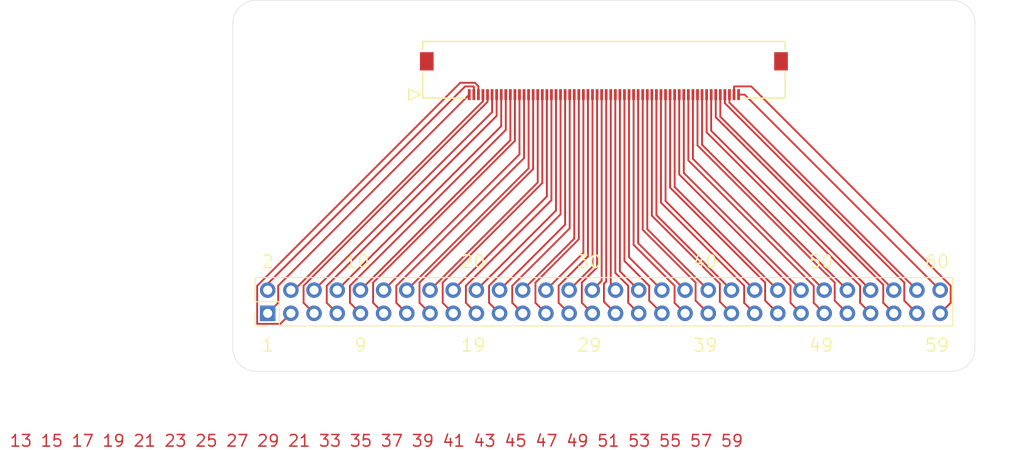
<source format=kicad_pcb>
(kicad_pcb (version 20241229) (generator "pcbnew") (generator_version "9.0")
  (layers (0 "F.Cu" signal) (2 "B.Cu" signal) (13 "F.Paste" user) (15 "B.Paste" user) (5 "F.SilkS" user "F.Silkscreen") (7 "B.SilkS" user "B.Silkscreen") (1 "F.Mask" user) (3 "B.Mask" user) (25 "Edge.Cuts" user))
  (net 0 "")
  (net 1 "Net-(J1-Pin_13)")
  (net 2 "Net-(J1-Pin_54)")
  (net 3 "Net-(J1-Pin_55)")
  (net 4 "Net-(J1-Pin_30)")
  (net 5 "Net-(J1-Pin_5)")
  (net 6 "Net-(J1-Pin_8)")
  (net 7 "Net-(J1-Pin_14)")
  (net 8 "Net-(J1-Pin_18)")
  (net 9 "Net-(J1-Pin_47)")
  (net 10 "Net-(J1-Pin_17)")
  (net 11 "Net-(J1-Pin_43)")
  (net 12 "Net-(J1-Pin_21)")
  (net 13 "Net-(J1-Pin_50)")
  (net 14 "Net-(J1-Pin_24)")
  (net 15 "Net-(J1-Pin_12)")
  (net 16 "Net-(J1-Pin_39)")
  (net 17 "Net-(J1-Pin_2)")
  (net 18 "Net-(J1-Pin_56)")
  (net 19 "Net-(J1-Pin_4)")
  (net 20 "Net-(J1-Pin_58)")
  (net 21 "Net-(J1-Pin_37)")
  (net 22 "Net-(J1-Pin_44)")
  (net 23 "Net-(J1-Pin_1)")
  (net 24 "Net-(J1-Pin_19)")
  (net 25 "Net-(J1-Pin_51)")
  (net 26 "Net-(J1-Pin_35)")
  (net 27 "Net-(J1-Pin_59)")
  (net 28 "Net-(J1-Pin_52)")
  (net 29 "Net-(J1-Pin_20)")
  (net 30 "Net-(J1-Pin_15)")
  (net 31 "Net-(J1-Pin_28)")
  (net 32 "Net-(J1-Pin_42)")
  (net 33 "Net-(J1-Pin_38)")
  (net 34 "Net-(J1-Pin_7)")
  (net 35 "Net-(J1-Pin_27)")
  (net 36 "Net-(J1-Pin_60)")
  (net 37 "Net-(J1-Pin_16)")
  (net 38 "Net-(J1-Pin_49)")
  (net 39 "Net-(J1-Pin_45)")
  (net 40 "Net-(J1-Pin_26)")
  (net 41 "Net-(J1-Pin_36)")
  (net 42 "Net-(J1-Pin_41)")
  (net 43 "Net-(J1-Pin_29)")
  (net 44 "Net-(J1-Pin_25)")
  (net 45 "Net-(J1-Pin_40)")
  (net 46 "Net-(J1-Pin_33)")
  (net 47 "Net-(J1-Pin_32)")
  (net 48 "Net-(J1-Pin_34)")
  (net 49 "Net-(J1-Pin_57)")
  (net 50 "Net-(J1-Pin_22)")
  (net 51 "Net-(J1-Pin_3)")
  (net 52 "Net-(J1-Pin_53)")
  (net 53 "Net-(J1-Pin_46)")
  (net 54 "Net-(J1-Pin_31)")
  (net 55 "Net-(J1-Pin_23)")
  (net 56 "Net-(J1-Pin_11)")
  (net 57 "Net-(J1-Pin_6)")
  (net 58 "Net-(J1-Pin_48)")
  (net 59 "Net-(J1-Pin_9)")
  (net 60 "Net-(J1-Pin_10)")
  (footprint "MountingHole:MountingHole_3.2mm_M3_ISO7380" (layer "F.Cu") (at 93.98 109.22)
    (property "Reference" "REF**")
    (property "Value" "MountingHole_3.2mm_M3_ISO7380")
    (pad "" np_thru_hole circle (at 0 0) (size 3.2 3.2) (drill 3.2) (layers "*.Cu" "*.Mask"))
  )
  (footprint "Connector_PinHeader_2.54mm:PinHeader_2x30_P2.54mm_Vertical" (layer "F.Cu") (at 90.17 128.275 90)
    (property "Reference" "J2")
    (property "Value" "Conn_01x60_Pin")
    (fp_line (start 3.92 -1.38) (end 3.92 75.04) (stroke (width 0.12)) (layer "F.SilkS"))
    (fp_line (start 1.27 -1.38) (end 3.92 -1.38) (stroke (width 0.12)) (layer "F.SilkS"))
    (fp_line (start -1.38 -1.38) (end 0 -1.38) (stroke (width 0.12)) (layer "F.SilkS"))
    (fp_line (start -1.38 0) (end -1.38 -1.38) (stroke (width 0.12)) (layer "F.SilkS"))
    (fp_line (start 1.27 1.27) (end 1.27 -1.38) (stroke (width 0.12)) (layer "F.SilkS"))
    (fp_line (start -1.38 1.27) (end 1.27 1.27) (stroke (width 0.12)) (layer "F.SilkS"))
    (fp_line (start -1.38 1.27) (end -1.38 75.04) (stroke (width 0.12)) (layer "F.SilkS"))
    (fp_line (start -1.38 75.04) (end 3.92 75.04) (stroke (width 0.12)) (layer "F.SilkS"))
    (pad "1" thru_hole rect (at 0 0 90) (size 1.7 1.7) (drill 1) (layers "*.Cu" "*.Mask") (net 23 "Net-(J1-Pin_1)"))
    (pad "2" thru_hole circle (at 2.54 0 90) (size 1.7 1.7) (drill 1) (layers "*.Cu" "*.Mask") (net 17 "Net-(J1-Pin_2)"))
    (pad "3" thru_hole circle (at 0 2.54 90) (size 1.7 1.7) (drill 1) (layers "*.Cu" "*.Mask") (net 51 "Net-(J1-Pin_3)"))
    (pad "4" thru_hole circle (at 2.54 2.54 90) (size 1.7 1.7) (drill 1) (layers "*.Cu" "*.Mask") (net 19 "Net-(J1-Pin_4)"))
    (pad "5" thru_hole circle (at 0 5.08 90) (size 1.7 1.7) (drill 1) (layers "*.Cu" "*.Mask") (net 5 "Net-(J1-Pin_5)"))
    (pad "6" thru_hole circle (at 2.54 5.08 90) (size 1.7 1.7) (drill 1) (layers "*.Cu" "*.Mask") (net 57 "Net-(J1-Pin_6)"))
    (pad "7" thru_hole circle (at 0 7.62 90) (size 1.7 1.7) (drill 1) (layers "*.Cu" "*.Mask") (net 34 "Net-(J1-Pin_7)"))
    (pad "8" thru_hole circle (at 2.54 7.62 90) (size 1.7 1.7) (drill 1) (layers "*.Cu" "*.Mask") (net 6 "Net-(J1-Pin_8)"))
    (pad "9" thru_hole circle (at 0 10.16 90) (size 1.7 1.7) (drill 1) (layers "*.Cu" "*.Mask") (net 59 "Net-(J1-Pin_9)"))
    (pad "10" thru_hole circle (at 2.54 10.16 90) (size 1.7 1.7) (drill 1) (layers "*.Cu" "*.Mask") (net 60 "Net-(J1-Pin_10)"))
    (pad "11" thru_hole circle (at 0 12.7 90) (size 1.7 1.7) (drill 1) (layers "*.Cu" "*.Mask") (net 56 "Net-(J1-Pin_11)"))
    (pad "12" thru_hole circle (at 2.54 12.7 90) (size 1.7 1.7) (drill 1) (layers "*.Cu" "*.Mask") (net 15 "Net-(J1-Pin_12)"))
    (pad "13" thru_hole circle (at 0 15.24 90) (size 1.7 1.7) (drill 1) (layers "*.Cu" "*.Mask") (net 1 "Net-(J1-Pin_13)"))
    (pad "14" thru_hole circle (at 2.54 15.24 90) (size 1.7 1.7) (drill 1) (layers "*.Cu" "*.Mask") (net 7 "Net-(J1-Pin_14)"))
    (pad "15" thru_hole circle (at 0 17.78 90) (size 1.7 1.7) (drill 1) (layers "*.Cu" "*.Mask") (net 30 "Net-(J1-Pin_15)"))
    (pad "16" thru_hole circle (at 2.54 17.78 90) (size 1.7 1.7) (drill 1) (layers "*.Cu" "*.Mask") (net 37 "Net-(J1-Pin_16)"))
    (pad "17" thru_hole circle (at 0 20.32 90) (size 1.7 1.7) (drill 1) (layers "*.Cu" "*.Mask") (net 10 "Net-(J1-Pin_17)"))
    (pad "18" thru_hole circle (at 2.54 20.32 90) (size 1.7 1.7) (drill 1) (layers "*.Cu" "*.Mask") (net 8 "Net-(J1-Pin_18)"))
    (pad "19" thru_hole circle (at 0 22.86 90) (size 1.7 1.7) (drill 1) (layers "*.Cu" "*.Mask") (net 24 "Net-(J1-Pin_19)"))
    (pad "20" thru_hole circle (at 2.54 22.86 90) (size 1.7 1.7) (drill 1) (layers "*.Cu" "*.Mask") (net 29 "Net-(J1-Pin_20)"))
    (pad "21" thru_hole circle (at 0 25.4 90) (size 1.7 1.7) (drill 1) (layers "*.Cu" "*.Mask") (net 12 "Net-(J1-Pin_21)"))
    (pad "22" thru_hole circle (at 2.54 25.4 90) (size 1.7 1.7) (drill 1) (layers "*.Cu" "*.Mask") (net 50 "Net-(J1-Pin_22)"))
    (pad "23" thru_hole circle (at 0 27.94 90) (size 1.7 1.7) (drill 1) (layers "*.Cu" "*.Mask") (net 55 "Net-(J1-Pin_23)"))
    (pad "24" thru_hole circle (at 2.54 27.94 90) (size 1.7 1.7) (drill 1) (layers "*.Cu" "*.Mask") (net 14 "Net-(J1-Pin_24)"))
    (pad "25" thru_hole circle (at 0 30.48 90) (size 1.7 1.7) (drill 1) (layers "*.Cu" "*.Mask") (net 44 "Net-(J1-Pin_25)"))
    (pad "26" thru_hole circle (at 2.54 30.48 90) (size 1.7 1.7) (drill 1) (layers "*.Cu" "*.Mask") (net 40 "Net-(J1-Pin_26)"))
    (pad "27" thru_hole circle (at 0 33.02 90) (size 1.7 1.7) (drill 1) (layers "*.Cu" "*.Mask") (net 35 "Net-(J1-Pin_27)"))
    (pad "28" thru_hole circle (at 2.54 33.02 90) (size 1.7 1.7) (drill 1) (layers "*.Cu" "*.Mask") (net 31 "Net-(J1-Pin_28)"))
    (pad "29" thru_hole circle (at 0 35.56 90) (size 1.7 1.7) (drill 1) (layers "*.Cu" "*.Mask") (net 43 "Net-(J1-Pin_29)"))
    (pad "30" thru_hole circle (at 2.54 35.56 90) (size 1.7 1.7) (drill 1) (layers "*.Cu" "*.Mask") (net 4 "Net-(J1-Pin_30)"))
    (pad "31" thru_hole circle (at 0 38.1 90) (size 1.7 1.7) (drill 1) (layers "*.Cu" "*.Mask") (net 54 "Net-(J1-Pin_31)"))
    (pad "32" thru_hole circle (at 2.54 38.1 90) (size 1.7 1.7) (drill 1) (layers "*.Cu" "*.Mask") (net 47 "Net-(J1-Pin_32)"))
    (pad "33" thru_hole circle (at 0 40.64 90) (size 1.7 1.7) (drill 1) (layers "*.Cu" "*.Mask") (net 46 "Net-(J1-Pin_33)"))
    (pad "34" thru_hole circle (at 2.54 40.64 90) (size 1.7 1.7) (drill 1) (layers "*.Cu" "*.Mask") (net 48 "Net-(J1-Pin_34)"))
    (pad "35" thru_hole circle (at 0 43.18 90) (size 1.7 1.7) (drill 1) (layers "*.Cu" "*.Mask") (net 26 "Net-(J1-Pin_35)"))
    (pad "36" thru_hole circle (at 2.54 43.18 90) (size 1.7 1.7) (drill 1) (layers "*.Cu" "*.Mask") (net 41 "Net-(J1-Pin_36)"))
    (pad "37" thru_hole circle (at 0 45.72 90) (size 1.7 1.7) (drill 1) (layers "*.Cu" "*.Mask") (net 21 "Net-(J1-Pin_37)"))
    (pad "38" thru_hole circle (at 2.54 45.72 90) (size 1.7 1.7) (drill 1) (layers "*.Cu" "*.Mask") (net 33 "Net-(J1-Pin_38)"))
    (pad "39" thru_hole circle (at 0 48.26 90) (size 1.7 1.7) (drill 1) (layers "*.Cu" "*.Mask") (net 16 "Net-(J1-Pin_39)"))
    (pad "40" thru_hole circle (at 2.54 48.26 90) (size 1.7 1.7) (drill 1) (layers "*.Cu" "*.Mask") (net 45 "Net-(J1-Pin_40)"))
    (pad "41" thru_hole circle (at 0 50.8 90) (size 1.7 1.7) (drill 1) (layers "*.Cu" "*.Mask") (net 42 "Net-(J1-Pin_41)"))
    (pad "42" thru_hole circle (at 2.54 50.8 90) (size 1.7 1.7) (drill 1) (layers "*.Cu" "*.Mask") (net 32 "Net-(J1-Pin_42)"))
    (pad "43" thru_hole circle (at 0 53.34 90) (size 1.7 1.7) (drill 1) (layers "*.Cu" "*.Mask") (net 11 "Net-(J1-Pin_43)"))
    (pad "44" thru_hole circle (at 2.54 53.34 90) (size 1.7 1.7) (drill 1) (layers "*.Cu" "*.Mask") (net 22 "Net-(J1-Pin_44)"))
    (pad "45" thru_hole circle (at 0 55.88 90) (size 1.7 1.7) (drill 1) (layers "*.Cu" "*.Mask") (net 39 "Net-(J1-Pin_45)"))
    (pad "46" thru_hole circle (at 2.54 55.88 90) (size 1.7 1.7) (drill 1) (layers "*.Cu" "*.Mask") (net 53 "Net-(J1-Pin_46)"))
    (pad "47" thru_hole circle (at 0 58.42 90) (size 1.7 1.7) (drill 1) (layers "*.Cu" "*.Mask") (net 9 "Net-(J1-Pin_47)"))
    (pad "48" thru_hole circle (at 2.54 58.42 90) (size 1.7 1.7) (drill 1) (layers "*.Cu" "*.Mask") (net 58 "Net-(J1-Pin_48)"))
    (pad "49" thru_hole circle (at 0 60.96 90) (size 1.7 1.7) (drill 1) (layers "*.Cu" "*.Mask") (net 38 "Net-(J1-Pin_49)"))
    (pad "50" thru_hole circle (at 2.54 60.96 90) (size 1.7 1.7) (drill 1) (layers "*.Cu" "*.Mask") (net 13 "Net-(J1-Pin_50)"))
    (pad "51" thru_hole circle (at 0 63.5 90) (size 1.7 1.7) (drill 1) (layers "*.Cu" "*.Mask") (net 25 "Net-(J1-Pin_51)"))
    (pad "52" thru_hole circle (at 2.54 63.5 90) (size 1.7 1.7) (drill 1) (layers "*.Cu" "*.Mask") (net 28 "Net-(J1-Pin_52)"))
    (pad "53" thru_hole circle (at 0 66.04 90) (size 1.7 1.7) (drill 1) (layers "*.Cu" "*.Mask") (net 52 "Net-(J1-Pin_53)"))
    (pad "54" thru_hole circle (at 2.54 66.04 90) (size 1.7 1.7) (drill 1) (layers "*.Cu" "*.Mask") (net 2 "Net-(J1-Pin_54)"))
    (pad "55" thru_hole circle (at 0 68.58 90) (size 1.7 1.7) (drill 1) (layers "*.Cu" "*.Mask") (net 3 "Net-(J1-Pin_55)"))
    (pad "56" thru_hole circle (at 2.54 68.58 90) (size 1.7 1.7) (drill 1) (layers "*.Cu" "*.Mask") (net 18 "Net-(J1-Pin_56)"))
    (pad "57" thru_hole circle (at 0 71.12 90) (size 1.7 1.7) (drill 1) (layers "*.Cu" "*.Mask") (net 49 "Net-(J1-Pin_57)"))
    (pad "58" thru_hole circle (at 2.54 71.12 90) (size 1.7 1.7) (drill 1) (layers "*.Cu" "*.Mask") (net 20 "Net-(J1-Pin_58)"))
    (pad "59" thru_hole circle (at 0 73.66 90) (size 1.7 1.7) (drill 1) (layers "*.Cu" "*.Mask") (net 27 "Net-(J1-Pin_59)"))
    (pad "60" thru_hole circle (at 2.54 73.66 90) (size 1.7 1.7) (drill 1) (layers "*.Cu" "*.Mask") (net 36 "Net-(J1-Pin_60)"))
  )
  (footprint "MountingHole:MountingHole_3.2mm_M3_ISO7380" (layer "F.Cu") (at 160.02 109.22)
    (property "Reference" "REF**")
    (property "Value" "MountingHole_3.2mm_M3_ISO7380")
    (pad "" np_thru_hole circle (at 0 0) (size 3.2 3.2) (drill 3.2) (layers "*.Cu" "*.Mask"))
  )
  (footprint "ExternalParts:CON_2004850460_MOL" (layer "F.Cu") (at 127 101.6 180)
    (property "Reference" "J1")
    (property "Value" "Conn_01x60")
    (fp_line (start 21.368956 -2.085) (end 20.098956 -2.72) (stroke (width 0.1524)) (layer "F.SilkS"))
    (fp_line (start 21.368956 -3.354999) (end 21.368956 -2.085) (stroke (width 0.1524)) (layer "F.SilkS"))
    (fp_line (start 20.098956 -2.72) (end 21.368956 -3.354999) (stroke (width 0.1524)) (layer "F.SilkS"))
    (fp_line (start 19.844956 3.099999) (end 19.844956 2.250046) (stroke (width 0.1524)) (layer "F.SilkS"))
    (fp_line (start 19.844956 -0.390034) (end 19.844956 -3.100001) (stroke (width 0.1524)) (layer "F.SilkS"))
    (fp_line (start 19.844956 -3.100001) (end 15.220041 -3.100001) (stroke (width 0.1524)) (layer "F.SilkS"))
    (fp_line (start -15.220041 -3.100001) (end -19.844956 -3.100001) (stroke (width 0.1524)) (layer "F.SilkS"))
    (fp_line (start -19.844956 3.099999) (end 19.844956 3.099999) (stroke (width 0.1524)) (layer "F.SilkS"))
    (fp_line (start -19.844956 2.250046) (end -19.844956 3.099999) (stroke (width 0.1524)) (layer "F.SilkS"))
    (fp_line (start -19.844956 -3.100001) (end -19.844956 -0.390034) (stroke (width 0.1524)) (layer "F.SilkS"))
    (pad "1" smd rect (at 14.750001 -2.72 180) (size 0.3 1.2) (layers "F.Cu" "F.Mask" "F.Paste") (net 23 "Net-(J1-Pin_1)"))
    (pad "2" smd rect (at 14.249999 -2.72 180) (size 0.3 1.2) (layers "F.Cu" "F.Mask" "F.Paste") (net 17 "Net-(J1-Pin_2)"))
    (pad "3" smd rect (at 13.75 -2.72 180) (size 0.3 1.2) (layers "F.Cu" "F.Mask" "F.Paste") (net 51 "Net-(J1-Pin_3)"))
    (pad "4" smd rect (at 13.250001 -2.72 180) (size 0.3 1.2) (layers "F.Cu" "F.Mask" "F.Paste") (net 19 "Net-(J1-Pin_4)"))
    (pad "5" smd rect (at 12.75 -2.72 180) (size 0.3 1.2) (layers "F.Cu" "F.Mask" "F.Paste") (net 5 "Net-(J1-Pin_5)"))
    (pad "6" smd rect (at 12.250001 -2.72 180) (size 0.3 1.2) (layers "F.Cu" "F.Mask" "F.Paste") (net 57 "Net-(J1-Pin_6)"))
    (pad "7" smd rect (at 11.749999 -2.72 180) (size 0.3 1.2) (layers "F.Cu" "F.Mask" "F.Paste") (net 34 "Net-(J1-Pin_7)"))
    (pad "8" smd rect (at 11.25 -2.72 180) (size 0.3 1.2) (layers "F.Cu" "F.Mask" "F.Paste") (net 6 "Net-(J1-Pin_8)"))
    (pad "9" smd rect (at 10.750001 -2.72 180) (size 0.3 1.2) (layers "F.Cu" "F.Mask" "F.Paste") (net 59 "Net-(J1-Pin_9)"))
    (pad "10" smd rect (at 10.25 -2.72 180) (size 0.3 1.2) (layers "F.Cu" "F.Mask" "F.Paste") (net 60 "Net-(J1-Pin_10)"))
    (pad "11" smd rect (at 9.750001 -2.72 180) (size 0.3 1.2) (layers "F.Cu" "F.Mask" "F.Paste") (net 56 "Net-(J1-Pin_11)"))
    (pad "12" smd rect (at 9.249999 -2.72 180) (size 0.3 1.2) (layers "F.Cu" "F.Mask" "F.Paste") (net 15 "Net-(J1-Pin_12)"))
    (pad "13" smd rect (at 8.75 -2.72 180) (size 0.3 1.2) (layers "F.Cu" "F.Mask" "F.Paste") (net 1 "Net-(J1-Pin_13)"))
    (pad "14" smd rect (at 8.250001 -2.72 180) (size 0.3 1.2) (layers "F.Cu" "F.Mask" "F.Paste") (net 7 "Net-(J1-Pin_14)"))
    (pad "15" smd rect (at 7.75 -2.72 180) (size 0.3 1.2) (layers "F.Cu" "F.Mask" "F.Paste") (net 30 "Net-(J1-Pin_15)"))
    (pad "16" smd rect (at 7.250001 -2.72 180) (size 0.3 1.2) (layers "F.Cu" "F.Mask" "F.Paste") (net 37 "Net-(J1-Pin_16)"))
    (pad "17" smd rect (at 6.749999 -2.72 180) (size 0.3 1.2) (layers "F.Cu" "F.Mask" "F.Paste") (net 10 "Net-(J1-Pin_17)"))
    (pad "18" smd rect (at 6.25 -2.72 180) (size 0.3 1.2) (layers "F.Cu" "F.Mask" "F.Paste") (net 8 "Net-(J1-Pin_18)"))
    (pad "19" smd rect (at 5.750001 -2.72 180) (size 0.3 1.2) (layers "F.Cu" "F.Mask" "F.Paste") (net 24 "Net-(J1-Pin_19)"))
    (pad "20" smd rect (at 5.25 -2.72 180) (size 0.3 1.2) (layers "F.Cu" "F.Mask" "F.Paste") (net 29 "Net-(J1-Pin_20)"))
    (pad "21" smd rect (at 4.750001 -2.72 180) (size 0.3 1.2) (layers "F.Cu" "F.Mask" "F.Paste") (net 12 "Net-(J1-Pin_21)"))
    (pad "22" smd rect (at 4.249999 -2.72 180) (size 0.3 1.2) (layers "F.Cu" "F.Mask" "F.Paste") (net 50 "Net-(J1-Pin_22)"))
    (pad "23" smd rect (at 3.75 -2.72 180) (size 0.3 1.2) (layers "F.Cu" "F.Mask" "F.Paste") (net 55 "Net-(J1-Pin_23)"))
    (pad "24" smd rect (at 3.250001 -2.72 180) (size 0.3 1.2) (layers "F.Cu" "F.Mask" "F.Paste") (net 14 "Net-(J1-Pin_24)"))
    (pad "25" smd rect (at 2.75 -2.72 180) (size 0.3 1.2) (layers "F.Cu" "F.Mask" "F.Paste") (net 44 "Net-(J1-Pin_25)"))
    (pad "26" smd rect (at 2.250001 -2.72 180) (size 0.3 1.2) (layers "F.Cu" "F.Mask" "F.Paste") (net 40 "Net-(J1-Pin_26)"))
    (pad "27" smd rect (at 1.750002 -2.72 180) (size 0.3 1.2) (layers "F.Cu" "F.Mask" "F.Paste") (net 35 "Net-(J1-Pin_27)"))
    (pad "28" smd rect (at 1.25 -2.72 180) (size 0.3 1.2) (layers "F.Cu" "F.Mask" "F.Paste") (net 31 "Net-(J1-Pin_28)"))
    (pad "29" smd rect (at 0.750001 -2.72 180) (size 0.3 1.2) (layers "F.Cu" "F.Mask" "F.Paste") (net 43 "Net-(J1-Pin_29)"))
    (pad "30" smd rect (at 0.25 -2.72 180) (size 0.3 1.2) (layers "F.Cu" "F.Mask" "F.Paste") (net 4 "Net-(J1-Pin_30)"))
    (pad "31" smd rect (at -0.25 -2.72 180) (size 0.3 1.2) (layers "F.Cu" "F.Mask" "F.Paste") (net 54 "Net-(J1-Pin_31)"))
    (pad "32" smd rect (at -0.749998 -2.72 180) (size 0.3 1.2) (layers "F.Cu" "F.Mask" "F.Paste") (net 47 "Net-(J1-Pin_32)"))
    (pad "33" smd rect (at -1.25 -2.72 180) (size 0.3 1.2) (layers "F.Cu" "F.Mask" "F.Paste") (net 46 "Net-(J1-Pin_33)"))
    (pad "34" smd rect (at -1.749999 -2.72 180) (size 0.3 1.2) (layers "F.Cu" "F.Mask" "F.Paste") (net 48 "Net-(J1-Pin_34)"))
    (pad "35" smd rect (at -2.250001 -2.72 180) (size 0.3 1.2) (layers "F.Cu" "F.Mask" "F.Paste") (net 26 "Net-(J1-Pin_35)"))
    (pad "36" smd rect (at -2.75 -2.72 180) (size 0.3 1.2) (layers "F.Cu" "F.Mask" "F.Paste") (net 41 "Net-(J1-Pin_36)"))
    (pad "37" smd rect (at -3.249999 -2.72 180) (size 0.3 1.2) (layers "F.Cu" "F.Mask" "F.Paste") (net 21 "Net-(J1-Pin_37)"))
    (pad "38" smd rect (at -3.75 -2.72 180) (size 0.3 1.2) (layers "F.Cu" "F.Mask" "F.Paste") (net 33 "Net-(J1-Pin_38)"))
    (pad "39" smd rect (at -4.249999 -2.72 180) (size 0.3 1.2) (layers "F.Cu" "F.Mask" "F.Paste") (net 16 "Net-(J1-Pin_39)"))
    (pad "40" smd rect (at -4.750001 -2.72 180) (size 0.3 1.2) (layers "F.Cu" "F.Mask" "F.Paste") (net 45 "Net-(J1-Pin_40)"))
    (pad "41" smd rect (at -5.25 -2.72 180) (size 0.3 1.2) (layers "F.Cu" "F.Mask" "F.Paste") (net 42 "Net-(J1-Pin_41)"))
    (pad "42" smd rect (at -5.749999 -2.72 180) (size 0.3 1.2) (layers "F.Cu" "F.Mask" "F.Paste") (net 32 "Net-(J1-Pin_42)"))
    (pad "43" smd rect (at -6.25 -2.72 180) (size 0.3 1.2) (layers "F.Cu" "F.Mask" "F.Paste") (net 11 "Net-(J1-Pin_43)"))
    (pad "44" smd rect (at -6.749999 -2.72 180) (size 0.3 1.2) (layers "F.Cu" "F.Mask" "F.Paste") (net 22 "Net-(J1-Pin_44)"))
    (pad "45" smd rect (at -7.250001 -2.72 180) (size 0.3 1.2) (layers "F.Cu" "F.Mask" "F.Paste") (net 39 "Net-(J1-Pin_45)"))
    (pad "46" smd rect (at -7.75 -2.72 180) (size 0.3 1.2) (layers "F.Cu" "F.Mask" "F.Paste") (net 53 "Net-(J1-Pin_46)"))
    (pad "47" smd rect (at -8.249999 -2.72 180) (size 0.3 1.2) (layers "F.Cu" "F.Mask" "F.Paste") (net 9 "Net-(J1-Pin_47)"))
    (pad "48" smd rect (at -8.75 -2.72 180) (size 0.3 1.2) (layers "F.Cu" "F.Mask" "F.Paste") (net 58 "Net-(J1-Pin_48)"))
    (pad "49" smd rect (at -9.249999 -2.72 180) (size 0.3 1.2) (layers "F.Cu" "F.Mask" "F.Paste") (net 38 "Net-(J1-Pin_49)"))
    (pad "50" smd rect (at -9.750001 -2.72 180) (size 0.3 1.2) (layers "F.Cu" "F.Mask" "F.Paste") (net 13 "Net-(J1-Pin_50)"))
    (pad "51" smd rect (at -10.25 -2.72 180) (size 0.3 1.2) (layers "F.Cu" "F.Mask" "F.Paste") (net 25 "Net-(J1-Pin_51)"))
    (pad "52" smd rect (at -10.749999 -2.72 180) (size 0.3 1.2) (layers "F.Cu" "F.Mask" "F.Paste") (net 28 "Net-(J1-Pin_52)"))
    (pad "53" smd rect (at -11.25 -2.72 180) (size 0.3 1.2) (layers "F.Cu" "F.Mask" "F.Paste") (net 52 "Net-(J1-Pin_53)"))
    (pad "54" smd rect (at -11.749999 -2.72 180) (size 0.3 1.2) (layers "F.Cu" "F.Mask" "F.Paste") (net 2 "Net-(J1-Pin_54)"))
    (pad "55" smd rect (at -12.250001 -2.72 180) (size 0.3 1.2) (layers "F.Cu" "F.Mask" "F.Paste") (net 3 "Net-(J1-Pin_55)"))
    (pad "56" smd rect (at -12.75 -2.72 180) (size 0.3 1.2) (layers "F.Cu" "F.Mask" "F.Paste") (net 18 "Net-(J1-Pin_56)"))
    (pad "57" smd rect (at -13.249999 -2.72 180) (size 0.3 1.2) (layers "F.Cu" "F.Mask" "F.Paste") (net 49 "Net-(J1-Pin_57)"))
    (pad "58" smd rect (at -13.75 -2.72 180) (size 0.3 1.2) (layers "F.Cu" "F.Mask" "F.Paste") (net 20 "Net-(J1-Pin_58)"))
    (pad "59" smd rect (at -14.249999 -2.72 180) (size 0.3 1.2) (layers "F.Cu" "F.Mask" "F.Paste") (net 27 "Net-(J1-Pin_59)"))
    (pad "60" smd rect (at -14.750001 -2.72 180) (size 0.3 1.2) (layers "F.Cu" "F.Mask" "F.Paste") (net 36 "Net-(J1-Pin_60)"))
    (pad "P1" smd rect (at 19.399962 0.930006 180) (size 1.5 2) (layers "F.Cu" "F.Mask" "F.Paste"))
    (pad "P2" smd rect (at -19.399962 0.930006 180) (size 1.5 2) (layers "F.Cu" "F.Mask" "F.Paste"))
  )
  (gr_arc (start 165.1 93.98) (mid 166.896051 94.723949) (end 167.64 96.52) (stroke (width 0.05)) (layer "Edge.Cuts"))
  (gr_arc (start 167.64 132.08) (mid 166.896051 133.876051) (end 165.1 134.62) (stroke (width 0.05)) (layer "Edge.Cuts"))
  (gr_line (start 88.9 93.98) (end 165.1 93.98) (stroke (width 0.05)) (layer "Edge.Cuts"))
  (gr_arc (start 88.9 134.62) (mid 87.103949 133.876051) (end 86.36 132.08) (stroke (width 0.05)) (layer "Edge.Cuts"))
  (gr_line (start 86.36 132.08) (end 86.36 96.52) (stroke (width 0.05)) (layer "Edge.Cuts"))
  (gr_arc (start 86.36 96.52) (mid 87.103949 94.723949) (end 88.9 93.98) (stroke (width 0.05)) (layer "Edge.Cuts"))
  (gr_line (start 165.1 134.62) (end 88.9 134.62) (stroke (width 0.05)) (layer "Edge.Cuts"))
  (gr_line (start 167.64 96.52) (end 167.64 132.08) (stroke (width 0.05)) (layer "Edge.Cuts"))
  (gr_text " 13 15 17 19 21 23 25 27 29 21 33 35 37 39 41 43 45 47 49 51 53 55 57 59" (at 101.6 142.24 0) (layer "F.Cu") (effects (font (size 1.27 1.27))))
  (gr_text "9" (at 99.568 132.588 0) (layer "F.SilkS") (effects (font (size 1.4 1.4)) (justify left bottom)))
  (gr_text "20" (at 111.252 123.444 0) (layer "F.SilkS") (effects (font (size 1.4 1.4)) (justify left bottom)))
  (gr_text "50" (at 149.352 123.444 0) (layer "F.SilkS") (effects (font (size 1.4 1.4)) (justify left bottom)))
  (gr_text "2" (at 89.408 123.444 0) (layer "F.SilkS") (effects (font (size 1.4 1.4)) (justify left bottom)))
  (gr_text "29" (at 123.952 132.588 0) (layer "F.SilkS") (effects (font (size 1.4 1.4)) (justify left bottom)))
  (gr_text "19" (at 111.252 132.588 0) (layer "F.SilkS") (effects (font (size 1.4 1.4)) (justify left bottom)))
  (gr_text "1" (at 89.408 132.588 0) (layer "F.SilkS") (effects (font (size 1.4 1.4)) (justify left bottom)))
  (gr_text "30" (at 123.952 123.444 0) (layer "F.SilkS") (effects (font (size 1.4 1.4)) (justify left bottom)))
  (gr_text "10" (at 98.552 123.444 0) (layer "F.SilkS") (effects (font (size 1.4 1.4)) (justify left bottom)))
  (gr_text "39" (at 136.652 132.588 0) (layer "F.SilkS") (effects (font (size 1.4 1.4)) (justify left bottom)))
  (gr_text "60" (at 162.052 123.444 0) (layer "F.SilkS") (effects (font (size 1.4 1.4)) (justify left bottom)))
  (gr_text "49" (at 149.352 132.588 0) (layer "F.SilkS") (effects (font (size 1.4 1.4)) (justify left bottom)))
  (gr_text "59" (at 162.052 132.588 0) (layer "F.SilkS") (effects (font (size 1.4 1.4)) (justify left bottom)))
  (gr_text "40" (at 136.652 123.444 0) (layer "F.SilkS") (effects (font (size 1.4 1.4)) (justify left bottom)))
  (segment (start 105.41 128.275) (end 104.259 127.124) (width 0.2) (layer "F.Cu") (net 1))
  (segment (start 118.25 111.26724) (end 118.25 104.32) (width 0.2) (layer "F.Cu") (net 1))
  (segment (start 104.259 127.124) (end 104.259 125.25824) (width 0.2) (layer "F.Cu") (net 1))
  (segment (start 104.259 125.25824) (end 118.25 111.26724) (width 0.2) (layer "F.Cu") (net 1))
  (segment (start 156.21 125.735) (end 138.749999 108.274999) (width 0.2) (layer "F.Cu") (net 2))
  (segment (start 138.749999 108.274999) (end 138.749999 104.32) (width 0.2) (layer "F.Cu") (net 2))
  (segment (start 139.250001 106.802101) (end 139.250001 104.32) (width 0.2) (layer "F.Cu") (net 3))
  (segment (start 157.599 125.1511) (end 139.250001 106.802101) (width 0.2) (layer "F.Cu") (net 3))
  (segment (start 158.75 128.275) (end 157.599 127.124) (width 0.2) (layer "F.Cu") (net 3))
  (segment (start 157.599 127.124) (end 157.599 125.1511) (width 0.2) (layer "F.Cu") (net 3))
  (segment (start 126.75 124.715) (end 126.75 104.32) (width 0.2) (layer "F.Cu") (net 4))
  (segment (start 125.73 125.735) (end 126.75 124.715) (width 0.2) (layer "F.Cu") (net 4))
  (segment (start 114.25 105.10724) (end 114.25 104.32) (width 0.2) (layer "F.Cu") (net 5))
  (segment (start 95.25 128.275) (end 94.099 127.124) (width 0.2) (layer "F.Cu") (net 5))
  (segment (start 94.099 125.25824) (end 114.25 105.10724) (width 0.2) (layer "F.Cu") (net 5))
  (segment (start 94.099 127.124) (end 94.099 125.25824) (width 0.2) (layer "F.Cu") (net 5))
  (segment (start 97.79 125.735) (end 115.75 107.775) (width 0.2) (layer "F.Cu") (net 6))
  (segment (start 115.75 107.775) (end 115.75 104.32) (width 0.2) (layer "F.Cu") (net 6))
  (segment (start 105.41 125.735) (end 118.749999 112.395001) (width 0.2) (layer "F.Cu") (net 7))
  (segment (start 118.749999 112.395001) (end 118.749999 104.32) (width 0.2) (layer "F.Cu") (net 7))
  (segment (start 120.75 115.475) (end 120.75 104.32) (width 0.2) (layer "F.Cu") (net 8))
  (segment (start 110.49 125.735) (end 120.75 115.475) (width 0.2) (layer "F.Cu") (net 8))
  (segment (start 148.59 128.275) (end 147.439 127.124) (width 0.2) (layer "F.Cu") (net 9))
  (segment (start 135.249999 113.069239) (end 135.249999 104.32) (width 0.2) (layer "F.Cu") (net 9))
  (segment (start 147.439 127.124) (end 147.439 125.25824) (width 0.2) (layer "F.Cu") (net 9))
  (segment (start 147.439 125.25824) (end 135.249999 113.069239) (width 0.2) (layer "F.Cu") (net 9))
  (segment (start 109.339 124.9131) (end 120.250001 114.002099) (width 0.2) (layer "F.Cu") (net 10))
  (segment (start 110.49 128.275) (end 109.339 127.124) (width 0.2) (layer "F.Cu") (net 10))
  (segment (start 109.339 127.124) (end 109.339 124.9131) (width 0.2) (layer "F.Cu") (net 10))
  (segment (start 120.250001 114.002099) (end 120.250001 104.32) (width 0.2) (layer "F.Cu") (net 10))
  (segment (start 142.359 125.25824) (end 133.25 116.14924) (width 0.2) (layer "F.Cu") (net 11))
  (segment (start 133.25 116.14924) (end 133.25 104.32) (width 0.2) (layer "F.Cu") (net 11))
  (segment (start 142.359 127.124) (end 142.359 125.25824) (width 0.2) (layer "F.Cu") (net 11))
  (segment (start 143.51 128.275) (end 142.359 127.124) (width 0.2) (layer "F.Cu") (net 11))
  (segment (start 122.249999 117.427241) (end 122.249999 104.32) (width 0.2) (layer "F.Cu") (net 12))
  (segment (start 114.419 125.25824) (end 122.249999 117.427241) (width 0.2) (layer "F.Cu") (net 12))
  (segment (start 115.57 128.275) (end 114.419 127.124) (width 0.2) (layer "F.Cu") (net 12))
  (segment (start 114.419 127.124) (end 114.419 125.25824) (width 0.2) (layer "F.Cu") (net 12))
  (segment (start 136.750001 111.355001) (end 136.750001 104.32) (width 0.2) (layer "F.Cu") (net 13))
  (segment (start 151.13 125.735) (end 136.750001 111.355001) (width 0.2) (layer "F.Cu") (net 13))
  (segment (start 118.11 125.735) (end 123.749999 120.095001) (width 0.2) (layer "F.Cu") (net 14))
  (segment (start 123.749999 120.095001) (end 123.749999 104.32) (width 0.2) (layer "F.Cu") (net 14))
  (segment (start 117.750001 110.854999) (end 117.750001 104.32) (width 0.2) (layer "F.Cu") (net 15))
  (segment (start 102.87 125.735) (end 117.750001 110.854999) (width 0.2) (layer "F.Cu") (net 15))
  (segment (start 137.041 126.886) (end 137.041 124.9131) (width 0.2) (layer "F.Cu") (net 16))
  (segment (start 138.43 128.275) (end 137.041 126.886) (width 0.2) (layer "F.Cu") (net 16))
  (segment (start 137.041 124.9131) (end 131.249999 119.122099) (width 0.2) (layer "F.Cu") (net 16))
  (segment (start 131.249999 119.122099) (end 131.249999 104.32) (width 0.2) (layer "F.Cu") (net 16))
  (segment (start 90.17 125.047999) (end 111.798999 103.419) (width 0.2) (layer "F.Cu") (net 17))
  (segment (start 112.750001 103.468002) (end 112.750001 104.32) (width 0.2) (layer "F.Cu") (net 17))
  (segment (start 111.798999 103.419) (end 112.700999 103.419) (width 0.2) (layer "F.Cu") (net 17))
  (segment (start 90.17 125.735) (end 90.17 125.047999) (width 0.2) (layer "F.Cu") (net 17))
  (segment (start 112.700999 103.419) (end 112.750001 103.468002) (width 0.2) (layer "F.Cu") (net 17))
  (segment (start 139.75 106.735) (end 139.75 104.32) (width 0.2) (layer "F.Cu") (net 18))
  (segment (start 158.75 125.735) (end 139.75 106.735) (width 0.2) (layer "F.Cu") (net 18))
  (segment (start 92.71 125.735) (end 93.05514 125.735) (width 0.2) (layer "F.Cu") (net 19))
  (segment (start 113.749999 105.040141) (end 113.749999 104.32) (width 0.2) (layer "F.Cu") (net 19))
  (segment (start 93.05514 125.735) (end 113.749999 105.040141) (width 0.2) (layer "F.Cu") (net 19))
  (segment (start 140.75 105.195) (end 140.75 104.32) (width 0.2) (layer "F.Cu") (net 20))
  (segment (start 161.29 125.735) (end 140.75 105.195) (width 0.2) (layer "F.Cu") (net 20))
  (segment (start 134.739 127.124) (end 134.739 125.25824) (width 0.2) (layer "F.Cu") (net 21))
  (segment (start 130.249999 120.769239) (end 130.249999 104.32) (width 0.2) (layer "F.Cu") (net 21))
  (segment (start 135.89 128.275) (end 134.739 127.124) (width 0.2) (layer "F.Cu") (net 21))
  (segment (start 134.739 125.25824) (end 130.249999 120.769239) (width 0.2) (layer "F.Cu") (net 21))
  (segment (start 143.51 125.735) (end 133.749999 115.974999) (width 0.2) (layer "F.Cu") (net 22))
  (segment (start 133.749999 115.974999) (end 133.749999 104.32) (width 0.2) (layer "F.Cu") (net 22))
  (segment (start 91.321 125.248999) (end 91.321 127.124) (width 0.2) (layer "F.Cu") (net 23))
  (segment (start 112.249999 104.32) (end 91.321 125.248999) (width 0.2) (layer "F.Cu") (net 23))
  (segment (start 91.321 127.124) (end 90.17 128.275) (width 0.2) (layer "F.Cu") (net 23))
  (segment (start 113.03 128.275) (end 111.879 127.124) (width 0.2) (layer "F.Cu") (net 24))
  (segment (start 111.879 127.124) (end 111.879 125.25824) (width 0.2) (layer "F.Cu") (net 24))
  (segment (start 111.879 125.25824) (end 121.249999 115.887241) (width 0.2) (layer "F.Cu") (net 24))
  (segment (start 121.249999 115.887241) (end 121.249999 104.32) (width 0.2) (layer "F.Cu") (net 24))
  (segment (start 137.25 109.8821) (end 137.25 104.32) (width 0.2) (layer "F.Cu") (net 25))
  (segment (start 152.281 126.886) (end 152.281 124.9131) (width 0.2) (layer "F.Cu") (net 25))
  (segment (start 152.281 124.9131) (end 137.25 109.8821) (width 0.2) (layer "F.Cu") (net 25))
  (segment (start 153.67 128.275) (end 152.281 126.886) (width 0.2) (layer "F.Cu") (net 25))
  (segment (start 133.35 128.275) (end 131.961 126.886) (width 0.2) (layer "F.Cu") (net 26))
  (segment (start 129.250001 122.547241) (end 129.250001 104.32) (width 0.2) (layer "F.Cu") (net 26))
  (segment (start 131.961 126.886) (end 131.961 125.25824) (width 0.2) (layer "F.Cu") (net 26))
  (segment (start 131.961 125.25824) (end 129.250001 122.547241) (width 0.2) (layer "F.Cu") (net 26))
  (segment (start 143.14176 103.419) (end 141.299001 103.419) (width 0.2) (layer "F.Cu") (net 27))
  (segment (start 164.981 127.124) (end 164.981 125.25824) (width 0.2) (layer "F.Cu") (net 27))
  (segment (start 141.249999 103.468002) (end 141.249999 104.32) (width 0.2) (layer "F.Cu") (net 27))
  (segment (start 164.981 125.25824) (end 143.14176 103.419) (width 0.2) (layer "F.Cu") (net 27))
  (segment (start 163.83 128.275) (end 164.981 127.124) (width 0.2) (layer "F.Cu") (net 27))
  (segment (start 141.299001 103.419) (end 141.249999 103.468002) (width 0.2) (layer "F.Cu") (net 27))
  (segment (start 153.67 125.735) (end 137.749999 109.814999) (width 0.2) (layer "F.Cu") (net 28))
  (segment (start 137.749999 109.814999) (end 137.749999 104.32) (width 0.2) (layer "F.Cu") (net 28))
  (segment (start 113.03 125.735) (end 121.75 117.015) (width 0.2) (layer "F.Cu") (net 29))
  (segment (start 121.75 117.015) (end 121.75 104.32) (width 0.2) (layer "F.Cu") (net 29))
  (segment (start 107.95 128.275) (end 106.799 127.124) (width 0.2) (layer "F.Cu") (net 30))
  (segment (start 106.799 124.9131) (end 119.25 112.4621) (width 0.2) (layer "F.Cu") (net 30))
  (segment (start 119.25 112.4621) (end 119.25 104.32) (width 0.2) (layer "F.Cu") (net 30))
  (segment (start 106.799 127.124) (end 106.799 124.9131) (width 0.2) (layer "F.Cu") (net 30))
  (segment (start 125.75 123.175) (end 125.75 104.32) (width 0.2) (layer "F.Cu") (net 31))
  (segment (start 123.19 125.735) (end 125.75 123.175) (width 0.2) (layer "F.Cu") (net 31))
  (segment (start 132.749999 117.514999) (end 132.749999 104.32) (width 0.2) (layer "F.Cu") (net 32))
  (segment (start 140.97 125.735) (end 132.749999 117.514999) (width 0.2) (layer "F.Cu") (net 32))
  (segment (start 135.89 125.735) (end 130.75 120.595) (width 0.2) (layer "F.Cu") (net 33))
  (segment (start 130.75 120.595) (end 130.75 104.32) (width 0.2) (layer "F.Cu") (net 33))
  (segment (start 115.250001 106.647239) (end 115.250001 104.32) (width 0.2) (layer "F.Cu") (net 34))
  (segment (start 96.639 125.25824) (end 115.250001 106.647239) (width 0.2) (layer "F.Cu") (net 34))
  (segment (start 97.79 128.275) (end 96.639 127.124) (width 0.2) (layer "F.Cu") (net 34))
  (segment (start 96.639 127.124) (end 96.639 125.25824) (width 0.2) (layer "F.Cu") (net 34))
  (segment (start 122.039 125.25824) (end 125.249998 122.047242) (width 0.2) (layer "F.Cu") (net 35))
  (segment (start 123.19 128.275) (end 122.039 127.124) (width 0.2) (layer "F.Cu") (net 35))
  (segment (start 122.039 127.124) (end 122.039 125.25824) (width 0.2) (layer "F.Cu") (net 35))
  (segment (start 125.249998 122.047242) (end 125.249998 104.32) (width 0.2) (layer "F.Cu") (net 35))
  (segment (start 163.83 125.735) (end 142.415 104.32) (width 0.2) (layer "F.Cu") (net 36))
  (segment (start 142.415 104.32) (end 141.750001 104.32) (width 0.2) (layer "F.Cu") (net 36))
  (segment (start 107.95 125.735) (end 119.749999 113.935001) (width 0.2) (layer "F.Cu") (net 37))
  (segment (start 119.749999 113.935001) (end 119.749999 104.32) (width 0.2) (layer "F.Cu") (net 37))
  (segment (start 136.249999 111.529239) (end 136.249999 104.32) (width 0.2) (layer "F.Cu") (net 38))
  (segment (start 149.979 127.124) (end 149.979 125.25824) (width 0.2) (layer "F.Cu") (net 38))
  (segment (start 151.13 128.275) (end 149.979 127.124) (width 0.2) (layer "F.Cu") (net 38))
  (segment (start 149.979 125.25824) (end 136.249999 111.529239) (width 0.2) (layer "F.Cu") (net 38))
  (segment (start 144.661 126.886) (end 144.661 124.9131) (width 0.2) (layer "F.Cu") (net 39))
  (segment (start 134.250001 114.502101) (end 134.250001 104.32) (width 0.2) (layer "F.Cu") (net 39))
  (segment (start 146.05 128.275) (end 144.661 126.886) (width 0.2) (layer "F.Cu") (net 39))
  (segment (start 144.661 124.9131) (end 134.250001 114.502101) (width 0.2) (layer "F.Cu") (net 39))
  (segment (start 124.749999 121.635001) (end 124.749999 104.32) (width 0.2) (layer "F.Cu") (net 40))
  (segment (start 120.65 125.735) (end 124.749999 121.635001) (width 0.2) (layer "F.Cu") (net 40))
  (segment (start 129.75 122.135) (end 129.75 104.32) (width 0.2) (layer "F.Cu") (net 41))
  (segment (start 133.35 125.735) (end 129.75 122.135) (width 0.2) (layer "F.Cu") (net 41))
  (segment (start 139.7 127.005) (end 139.7 125.0321) (width 0.2) (layer "F.Cu") (net 42))
  (segment (start 139.7 125.0321) (end 132.25 117.5821) (width 0.2) (layer "F.Cu") (net 42))
  (segment (start 132.25 117.5821) (end 132.25 104.32) (width 0.2) (layer "F.Cu") (net 42))
  (segment (start 140.97 128.275) (end 139.7 127.005) (width 0.2) (layer "F.Cu") (net 42))
  (segment (start 125.73 128.275) (end 124.579 127.124) (width 0.2) (layer "F.Cu") (net 43))
  (segment (start 126.249999 123.242101) (end 126.249999 104.32) (width 0.2) (layer "F.Cu") (net 43))
  (segment (start 124.579 127.124) (end 124.579 124.9131) (width 0.2) (layer "F.Cu") (net 43))
  (segment (start 124.579 124.9131) (end 126.249999 123.242101) (width 0.2) (layer "F.Cu") (net 43))
  (segment (start 124.25 120.1621) (end 124.25 104.32) (width 0.2) (layer "F.Cu") (net 44))
  (segment (start 119.499 124.9131) (end 124.25 120.1621) (width 0.2) (layer "F.Cu") (net 44))
  (segment (start 119.499 127.124) (end 119.499 124.9131) (width 0.2) (layer "F.Cu") (net 44))
  (segment (start 120.65 128.275) (end 119.499 127.124) (width 0.2) (layer "F.Cu") (net 44))
  (segment (start 131.750001 119.055001) (end 131.750001 104.32) (width 0.2) (layer "F.Cu") (net 45))
  (segment (start 138.43 125.735) (end 131.750001 119.055001) (width 0.2) (layer "F.Cu") (net 45))
  (segment (start 128.25 123.84924) (end 128.25 104.32) (width 0.2) (layer "F.Cu") (net 46))
  (segment (start 129.659 127.124) (end 129.659 125.25824) (width 0.2) (layer "F.Cu") (net 46))
  (segment (start 129.659 125.25824) (end 128.25 123.84924) (width 0.2) (layer "F.Cu") (net 46))
  (segment (start 130.81 128.275) (end 129.659 127.124) (width 0.2) (layer "F.Cu") (net 46))
  (segment (start 127.749998 125.214998) (end 127.749998 104.32) (width 0.2) (layer "F.Cu") (net 47))
  (segment (start 128.27 125.735) (end 127.749998 125.214998) (width 0.2) (layer "F.Cu") (net 47))
  (segment (start 130.81 125.735) (end 128.749999 123.674999) (width 0.2) (layer "F.Cu") (net 48))
  (segment (start 128.749999 123.674999) (end 128.749999 104.32) (width 0.2) (layer "F.Cu") (net 48))
  (segment (start 140.249999 105.262099) (end 140.249999 104.32) (width 0.2) (layer "F.Cu") (net 49))
  (segment (start 159.901 124.9131) (end 140.249999 105.262099) (width 0.2) (layer "F.Cu") (net 49))
  (segment (start 161.29 128.275) (end 159.901 126.886) (width 0.2) (layer "F.Cu") (net 49))
  (segment (start 159.901 126.886) (end 159.901 124.9131) (width 0.2) (layer "F.Cu") (net 49))
  (segment (start 122.750001 118.554999) (end 122.750001 104.32) (width 0.2) (layer "F.Cu") (net 50))
  (segment (start 115.57 125.735) (end 122.750001 118.554999) (width 0.2) (layer "F.Cu") (net 50))
  (segment (start 92.71 128.275) (end 91.559 129.426) (width 0.2) (layer "F.Cu") (net 51))
  (segment (start 111.25924 103.018) (end 112.867099 103.018) (width 0.2) (layer "F.Cu") (net 51))
  (segment (start 89.019 125.25824) (end 111.25924 103.018) (width 0.2) (layer "F.Cu") (net 51))
  (segment (start 91.559 129.426) (end 89.019 129.426) (width 0.2) (layer "F.Cu") (net 51))
  (segment (start 89.019 129.426) (end 89.019 125.25824) (width 0.2) (layer "F.Cu") (net 51))
  (segment (start 112.867099 103.018) (end 113.25 103.400901) (width 0.2) (layer "F.Cu") (net 51))
  (segment (start 113.25 103.400901) (end 113.25 104.32) (width 0.2) (layer "F.Cu") (net 51))
  (segment (start 155.059 125.25824) (end 138.25 108.44924) (width 0.2) (layer "F.Cu") (net 52))
  (segment (start 156.21 128.275) (end 155.059 127.124) (width 0.2) (layer "F.Cu") (net 52))
  (segment (start 155.059 127.124) (end 155.059 125.25824) (width 0.2) (layer "F.Cu") (net 52))
  (segment (start 138.25 108.44924) (end 138.25 104.32) (width 0.2) (layer "F.Cu") (net 52))
  (segment (start 146.05 125.735) (end 134.75 114.435) (width 0.2) (layer "F.Cu") (net 53))
  (segment (start 134.75 114.435) (end 134.75 104.32) (width 0.2) (layer "F.Cu") (net 53))
  (segment (start 127.25 124.7821) (end 127.25 104.32) (width 0.2) (layer "F.Cu") (net 54))
  (segment (start 127 127.005) (end 127 125.0321) (width 0.2) (layer "F.Cu") (net 54))
  (segment (start 127 125.0321) (end 127.25 124.7821) (width 0.2) (layer "F.Cu") (net 54))
  (segment (start 128.27 128.275) (end 127 127.005) (width 0.2) (layer "F.Cu") (net 54))
  (segment (start 116.959 127.124) (end 116.959 125.25824) (width 0.2) (layer "F.Cu") (net 55))
  (segment (start 118.11 128.275) (end 116.959 127.124) (width 0.2) (layer "F.Cu") (net 55))
  (segment (start 123.25 118.96724) (end 123.25 104.32) (width 0.2) (layer "F.Cu") (net 55))
  (segment (start 116.959 125.25824) (end 123.25 118.96724) (width 0.2) (layer "F.Cu") (net 55))
  (segment (start 101.719 124.9131) (end 117.249999 109.382101) (width 0.2) (layer "F.Cu") (net 56))
  (segment (start 101.719 127.124) (end 101.719 124.9131) (width 0.2) (layer "F.Cu") (net 56))
  (segment (start 117.249999 109.382101) (end 117.249999 104.32) (width 0.2) (layer "F.Cu") (net 56))
  (segment (start 102.87 128.275) (end 101.719 127.124) (width 0.2) (layer "F.Cu") (net 56))
  (segment (start 95.25 125.735) (end 114.749999 106.235001) (width 0.2) (layer "F.Cu") (net 57))
  (segment (start 114.749999 106.235001) (end 114.749999 104.32) (width 0.2) (layer "F.Cu") (net 57))
  (segment (start 135.75 112.895) (end 135.75 104.32) (width 0.2) (layer "F.Cu") (net 58))
  (segment (start 148.59 125.735) (end 135.75 112.895) (width 0.2) (layer "F.Cu") (net 58))
  (segment (start 99.179 127.124) (end 99.179 125.25824) (width 0.2) (layer "F.Cu") (net 59))
  (segment (start 99.179 125.25824) (end 116.249999 108.187241) (width 0.2) (layer "F.Cu") (net 59))
  (segment (start 116.249999 108.187241) (end 116.249999 104.32) (width 0.2) (layer "F.Cu") (net 59))
  (segment (start 100.33 128.275) (end 99.179 127.124) (width 0.2) (layer "F.Cu") (net 59))
  (segment (start 100.33 125.735) (end 116.75 109.315) (width 0.2) (layer "F.Cu") (net 60))
  (segment (start 116.75 109.315) (end 116.75 104.32) (width 0.2) (layer "F.Cu") (net 60))
)
</source>
